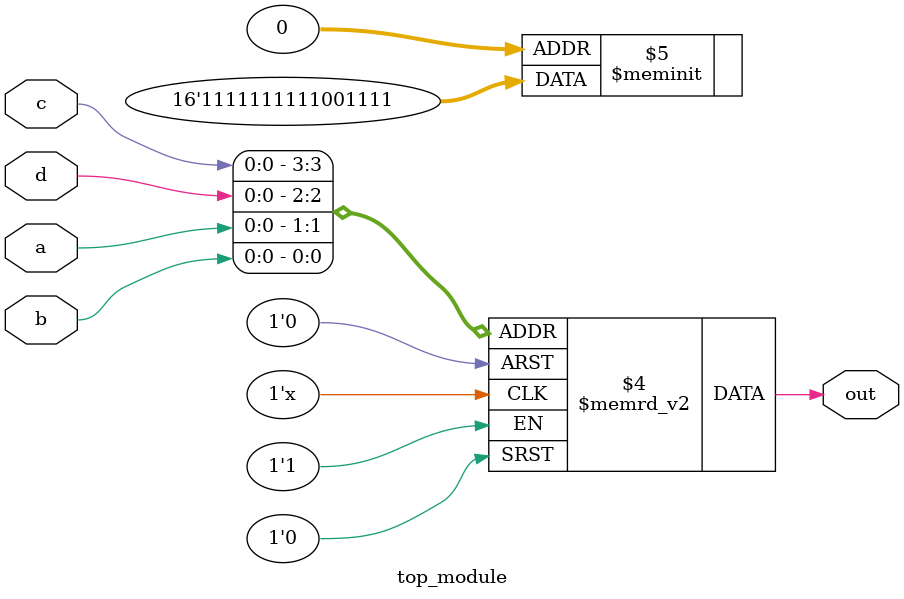
<source format=sv>
module top_module (
    input a, 
    input b,
    input c,
    input d,
    output reg out
);

always @(*) begin
    case ({c, d, a, b})
        4'b0000, 4'b0001, 4'b0010, 4'b0011: out = 1'b1;
        4'b0100, 4'b0101: out = 1'b0;
        4'b0110, 4'b0111, 4'b1000, 4'b1001, 4'b1010, 4'b1011: out = 1'b1;
        4'b1100, 4'b1101: out = 1'b1;
        4'b1110, 4'b1111: out = 1'b1;
    endcase
end

endmodule

</source>
